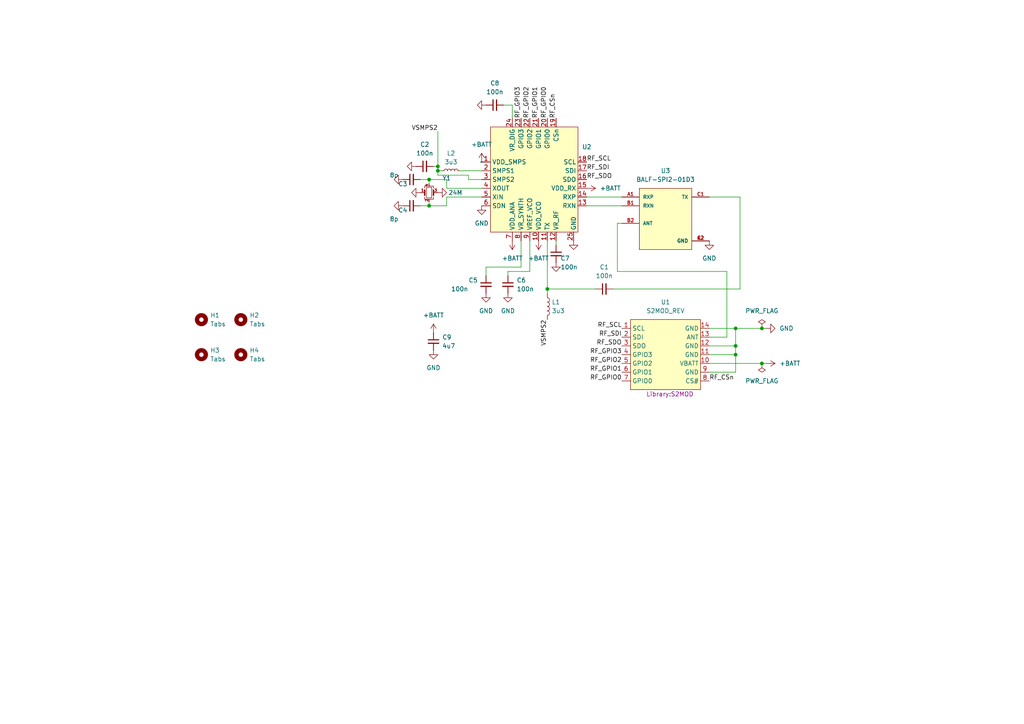
<source format=kicad_sch>
(kicad_sch (version 20230121) (generator eeschema)
  (paper "A4")
  (lib_symbols
    (symbol "BALF-SPI2-01D3:BALF-SPI2-01D3" (pin_names (offset 1.016))
      (property "Reference" "U" (at -7.62 8.382 0))
      (property "Value" "BALF-SPI2-01D3" (at -7.62 -12.7 0))
      (symbol "BALF-SPI2-01D3_0_0"
        (rectangle (start -7.62 -10.16) (end 7.62 7.62) (stroke (width 0.1524)) (fill (type background)))
        (pin input line (at -12.7 5.08 0) (length 5.08) (name "RXP") (number "A1"))
        (pin power_in line (at 12.7 -7.62 180) (length 5.08) (name "GND") (number "A2"))
        (pin input line (at -12.7 2.54 0) (length 5.08) (name "RXN") (number "B1"))
        (pin bidirectional line (at -12.7 -2.54 0) (length 5.08) (name "ANT") (number "B2"))
        (pin output line (at 12.7 5.08 180) (length 5.08) (name "TX") (number "C1"))
        (pin power_in line (at 12.7 -7.62 180) (length 5.08) (name "GND") (number "C2"))
      )
    )
    (symbol "Device:C_Small" (pin_numbers hide) (pin_names (offset 0.254) hide)
      (property "Reference" "C" (at 0.254 1.778 0))
      (property "Value" "C_Small" (at 0.254 -2.032 0))
      (symbol "C_Small_0_1"
        (polyline (pts (xy -1.524 -0.508) (xy 1.524 -0.508)) (stroke (width 0.3302)))
        (polyline (pts (xy -1.524 0.508) (xy 1.524 0.508)) (stroke (width 0.3048)))
      )
      (symbol "C_Small_1_1"
        (pin passive line (at 0 2.54 270) (length 2.032) (name "~") (number "1"))
        (pin passive line (at 0 -2.54 90) (length 2.032) (name "~") (number "2"))
      )
    )
    (symbol "Device:Crystal_GND24_Small" (pin_names (offset 1.016) hide)
      (property "Reference" "Y" (at 1.27 4.445 0))
      (property "Value" "Crystal_GND24_Small" (at 1.27 2.54 0))
      (symbol "Crystal_GND24_Small_0_1"
        (rectangle (start -0.762 -1.524) (end 0.762 1.524))
        (polyline (pts (xy -1.27 -0.762) (xy -1.27 0.762)) (stroke (width 0.381)))
        (polyline (pts (xy 1.27 -0.762) (xy 1.27 0.762)) (stroke (width 0.381)))
        (polyline (pts (xy -1.27 -1.27) (xy -1.27 -1.905) (xy 1.27 -1.905) (xy 1.27 -1.27)))
        (polyline (pts (xy -1.27 1.27) (xy -1.27 1.905) (xy 1.27 1.905) (xy 1.27 1.27)))
      )
      (symbol "Crystal_GND24_Small_1_1"
        (pin passive line (at -2.54 0 0) (length 1.27) (name "1") (number "1"))
        (pin passive line (at 0 -2.54 90) (length 0.635) (name "2") (number "2"))
        (pin passive line (at 2.54 0 180) (length 1.27) (name "3") (number "3"))
        (pin passive line (at 0 2.54 270) (length 0.635) (name "4") (number "4"))
      )
    )
    (symbol "Device:L" (pin_numbers hide) (pin_names (offset 1.016) hide)
      (property "Reference" "L" (at -1.27 0 90))
      (property "Value" "L" (at 1.905 0 90))
      (symbol "L_0_1"
        (arc (start 0 -2.54) (mid 0.6323 -1.905) (end 0 -1.27))
        (arc (start 0 -1.27) (mid 0.6323 -0.635) (end 0 0))
        (arc (start 0 0) (mid 0.6323 0.635) (end 0 1.27))
        (arc (start 0 1.27) (mid 0.6323 1.905) (end 0 2.54))
      )
      (symbol "L_1_1"
        (pin passive line (at 0 3.81 270) (length 1.27) (name "1") (number "1"))
        (pin passive line (at 0 -3.81 90) (length 1.27) (name "2") (number "2"))
      )
    )
    (symbol "Device:L_Small" (pin_numbers hide) (pin_names (offset 0.254) hide)
      (property "Reference" "L" (at 0.762 1.016 0))
      (property "Value" "L_Small" (at 0.762 -1.016 0))
      (symbol "L_Small_0_1"
        (arc (start 0 -2.032) (mid 0.5058 -1.524) (end 0 -1.016))
        (arc (start 0 -1.016) (mid 0.5058 -0.508) (end 0 0))
        (arc (start 0 0) (mid 0.5058 0.508) (end 0 1.016))
        (arc (start 0 1.016) (mid 0.5058 1.524) (end 0 2.032))
      )
      (symbol "L_Small_1_1"
        (pin passive line (at 0 2.54 270) (length 0.508) (name "~") (number "1"))
        (pin passive line (at 0 -2.54 90) (length 0.508) (name "~") (number "2"))
      )
    )
    (symbol "Mechanical:MountingHole" (pin_names (offset 1.016))
      (property "Reference" "H" (at 0 5.08 0))
      (property "Value" "MountingHole" (at 0 3.175 0))
      (symbol "MountingHole_0_1"
        (circle (center 0 0) (radius 1.27) (stroke (width 1.27)))
      )
    )
    (symbol "Nokia:S2-LPQTR"
      (property "Reference" "U" (at -15.24 6.35 0))
      (symbol "S2-LPQTR_0_0"
        (pin power_in line (at -15.24 6.35 0) (length 2.54) (name "VDD_SMPS") (number "1"))
        (pin power_in line (at 1.27 -16.51 90) (length 2.54) (name "VDD_VCO") (number "10"))
        (pin output line (at 3.81 -16.51 90) (length 2.54) (name "TX") (number "11"))
        (pin passive line (at 6.35 -16.51 90) (length 2.54) (name "VR_RF") (number "12"))
        (pin input line (at 15.24 -6.35 180) (length 2.54) (name "RXN") (number "13"))
        (pin input line (at 15.24 -3.81 180) (length 2.54) (name "RXP") (number "14"))
        (pin input line (at 15.24 -1.27 180) (length 2.54) (name "VDD_RX") (number "15"))
        (pin output line (at 15.24 1.27 180) (length 2.54) (name "SDO") (number "16"))
        (pin input line (at 15.24 3.81 180) (length 2.54) (name "SDI") (number "17"))
        (pin input line (at 15.24 6.35 180) (length 2.54) (name "SCL") (number "18"))
        (pin input line (at 6.35 19.05 270) (length 2.54) (name "CSn") (number "19"))
        (pin output line (at -15.24 3.81 0) (length 2.54) (name "SMPS1") (number "2"))
        (pin input line (at 3.81 19.05 270) (length 2.54) (name "GPIO0") (number "20"))
        (pin input line (at 1.27 19.05 270) (length 2.54) (name "GPIO1") (number "21"))
        (pin input line (at -1.27 19.05 270) (length 2.54) (name "GPIO2") (number "22"))
        (pin input line (at -3.81 19.05 270) (length 2.54) (name "GPIO3") (number "23"))
        (pin passive line (at -6.35 19.05 270) (length 2.54) (name "VR_DIG") (number "24"))
        (pin power_in line (at 11.43 -16.51 90) (length 2.54) (name "GND") (number "25"))
        (pin input line (at -15.24 1.27 0) (length 2.54) (name "SMPS2") (number "3"))
        (pin output line (at -15.24 -1.27 0) (length 2.54) (name "XOUT") (number "4"))
        (pin input line (at -15.24 -3.81 0) (length 2.54) (name "XIN") (number "5"))
        (pin input line (at -15.24 -6.35 0) (length 2.54) (name "SDN") (number "6"))
        (pin power_in line (at -6.35 -16.51 90) (length 2.54) (name "VDD_ANA") (number "7"))
        (pin passive line (at -3.81 -16.51 90) (length 2.54) (name "VR_SYNTH") (number "8"))
        (pin output line (at -1.27 -16.51 90) (length 2.54) (name "VREF_VCO") (number "9"))
      )
      (symbol "S2-LPQTR_1_1"
        (rectangle (start -12.7 16.51) (end 12.7 -13.97) (fill (type background)))
      )
    )
    (symbol "Nokia:S2MOD_REV"
      (property "Reference" "U" (at 0 -11.43 0))
      (property "Value" "S2MOD_REV" (at 0 12.7 0))
      (symbol "S2MOD_REV_0_0"
        (pin power_out line (at 12.7 -2.54 180) (length 2.54) (name "VBATT") (number "10"))
        (pin power_out line (at 12.7 0 180) (length 2.54) (name "GND") (number "11"))
        (pin power_out line (at 12.7 2.54 180) (length 2.54) (name "GND") (number "12"))
        (pin bidirectional line (at 12.7 5.08 180) (length 2.54) (name "ANT") (number "13"))
        (pin power_out line (at 12.7 7.62 180) (length 2.54) (name "GND") (number "14"))
        (pin bidirectional line (at -12.7 0 0) (length 2.54) (name "GPIO3") (number "4"))
        (pin output line (at 12.7 -7.62 180) (length 2.54) (name "CS#") (number "8"))
        (pin power_out line (at 12.7 -5.08 180) (length 2.54) (name "GND") (number "9"))
      )
      (symbol "S2MOD_REV_1_0"
        (pin output line (at -12.7 7.62 0) (length 2.54) (name "SCL") (number "1"))
        (pin output line (at -12.7 5.08 0) (length 2.54) (name "SDI") (number "2"))
        (pin input line (at -12.7 2.54 0) (length 2.54) (name "SDO") (number "3"))
        (pin bidirectional line (at -12.7 -2.54 0) (length 2.54) (name "GPIO2") (number "5"))
        (pin bidirectional line (at -12.7 -5.08 0) (length 2.54) (name "GPIO1") (number "6"))
        (pin bidirectional line (at -12.7 -7.62 0) (length 2.54) (name "GPIO0") (number "7"))
      )
      (symbol "S2MOD_REV_1_1"
        (rectangle (start -10.16 10.16) (end 10.16 -10.16) (fill (type background)))
      )
    )
    (symbol "power:+BATT" (power) (pin_names (offset 0))
      (property "Value" "+BATT" (at 0 3.556 0))
      (symbol "+BATT_0_1"
        (polyline (pts (xy -0.762 1.27) (xy 0 2.54)))
        (polyline (pts (xy 0 0) (xy 0 2.54)))
        (polyline (pts (xy 0 2.54) (xy 0.762 1.27)))
      )
      (symbol "+BATT_1_1"
        (pin power_in line (at 0 0 90) (length 0) hide (name "+BATT") (number "1"))
      )
    )
    (symbol "power:GND" (power) (pin_names (offset 0))
      (property "Value" "GND" (at 0 -3.81 0))
      (symbol "GND_0_1"
        (polyline (pts (xy 0 0) (xy 0 -1.27) (xy 1.27 -1.27) (xy 0 -2.54) (xy -1.27 -1.27) (xy 0 -1.27)))
      )
      (symbol "GND_1_1"
        (pin power_in line (at 0 0 270) (length 0) hide (name "GND") (number "1"))
      )
    )
    (symbol "power:PWR_FLAG" (power) (pin_numbers hide) (pin_names (offset 0) hide)
      (property "Value" "PWR_FLAG" (at 0 3.81 0))
      (symbol "PWR_FLAG_0_0"
        (pin power_out line (at 0 0 90) (length 0) (name "pwr") (number "1"))
      )
      (symbol "PWR_FLAG_0_1"
        (polyline (pts (xy 0 0) (xy 0 1.27) (xy -1.016 1.905) (xy 0 2.54) (xy 1.016 1.905) (xy 0 1.27)))
      )
    )
  )
  (junction (at 124.46 52.07))
  (junction (at 158.75 83.82))
  (junction (at 213.36 100.33))
  (junction (at 127 49.53))
  (junction (at 213.36 102.87))
  (junction (at 213.36 95.25))
  (junction (at 124.46 59.69))
  (junction (at 127 48.26))
  (junction (at 220.98 105.41))
  (junction (at 220.98 95.25))
  (wire (pts (xy 135.89 52.07) (xy 139.7 52.07)))
  (wire (pts (xy 158.75 83.82) (xy 172.72 83.82)))
  (wire (pts (xy 220.98 105.41) (xy 222.25 105.41)))
  (wire (pts (xy 205.74 107.95) (xy 213.36 107.95)))
  (wire (pts (xy 213.36 100.33) (xy 213.36 102.87)))
  (wire (pts (xy 140.97 77.47) (xy 140.97 80.01)))
  (wire (pts (xy 133.35 49.53) (xy 139.7 49.53)))
  (wire (pts (xy 127 48.26) (xy 125.73 48.26)))
  (wire (pts (xy 146.05 30.48) (xy 148.59 30.48)))
  (wire (pts (xy 179.07 78.74) (xy 179.07 64.77)))
  (wire (pts (xy 213.36 102.87) (xy 205.74 102.87)))
  (wire (pts (xy 124.46 59.69) (xy 124.46 58.42)))
  (wire (pts (xy 124.46 52.07) (xy 129.54 52.07)))
  (wire (pts (xy 158.75 85.09) (xy 158.75 83.82)))
  (wire (pts (xy 127 48.26) (xy 127 49.53)))
  (wire (pts (xy 205.74 105.41) (xy 220.98 105.41)))
  (wire (pts (xy 210.82 78.74) (xy 179.07 78.74)))
  (wire (pts (xy 214.63 83.82) (xy 214.63 57.15)))
  (wire (pts (xy 213.36 102.87) (xy 213.36 107.95)))
  (wire (pts (xy 129.54 59.69) (xy 129.54 57.15)))
  (wire (pts (xy 170.18 57.15) (xy 180.34 57.15)))
  (wire (pts (xy 147.32 78.74) (xy 147.32 80.01)))
  (wire (pts (xy 121.92 59.69) (xy 124.46 59.69)))
  (wire (pts (xy 127 49.53) (xy 127 50.8)))
  (wire (pts (xy 129.54 54.61) (xy 139.7 54.61)))
  (wire (pts (xy 205.74 100.33) (xy 213.36 100.33)))
  (wire (pts (xy 179.07 64.77) (xy 180.34 64.77)))
  (wire (pts (xy 170.18 59.69) (xy 180.34 59.69)))
  (wire (pts (xy 213.36 100.33) (xy 213.36 95.25)))
  (wire (pts (xy 121.92 52.07) (xy 124.46 52.07)))
  (wire (pts (xy 213.36 95.25) (xy 205.74 95.25)))
  (wire (pts (xy 127 38.1) (xy 127 48.26)))
  (wire (pts (xy 129.54 52.07) (xy 129.54 54.61)))
  (wire (pts (xy 151.13 69.85) (xy 151.13 77.47)))
  (wire (pts (xy 151.13 77.47) (xy 140.97 77.47)))
  (wire (pts (xy 210.82 97.79) (xy 210.82 78.74)))
  (wire (pts (xy 214.63 57.15) (xy 205.74 57.15)))
  (wire (pts (xy 129.54 57.15) (xy 139.7 57.15)))
  (wire (pts (xy 124.46 59.69) (xy 129.54 59.69)))
  (wire (pts (xy 210.82 97.79) (xy 205.74 97.79)))
  (wire (pts (xy 158.75 83.82) (xy 158.75 69.85)))
  (wire (pts (xy 153.67 78.74) (xy 153.67 69.85)))
  (wire (pts (xy 127 49.53) (xy 128.27 49.53)))
  (wire (pts (xy 177.8 83.82) (xy 214.63 83.82)))
  (wire (pts (xy 124.46 52.07) (xy 124.46 53.34)))
  (wire (pts (xy 161.29 71.12) (xy 161.29 69.85)))
  (wire (pts (xy 213.36 95.25) (xy 220.98 95.25)))
  (wire (pts (xy 147.32 78.74) (xy 153.67 78.74)))
  (wire (pts (xy 135.89 50.8) (xy 135.89 52.07)))
  (wire (pts (xy 148.59 30.48) (xy 148.59 34.29)))
  (wire (pts (xy 222.25 95.25) (xy 220.98 95.25)))
  (wire (pts (xy 127 50.8) (xy 135.89 50.8)))
  (label "RF_SDI" (at 170.18 49.53 0))
  (label "RF_GPIO3" (at 151.13 34.29 90))
  (label "RF_CSn" (at 205.74 110.49 0))
  (label "RF_SDO" (at 170.18 52.07 0))
  (label "RF_GPIO0" (at 158.75 34.29 90))
  (label "RF_GPIO2" (at 153.67 34.29 90))
  (label "RF_GPIO3" (at 180.34 102.87 180))
  (label "RF_GPIO1" (at 156.21 34.29 90))
  (label "RF_GPIO2" (at 180.34 105.41 180))
  (label "RF_SCL" (at 170.18 46.99 0))
  (label "VSMPS2" (at 127 38.1 180))
  (label "RF_GPIO1" (at 180.34 107.95 180))
  (label "RF_GPIO0" (at 180.34 110.49 180))
  (label "RF_SCL" (at 180.34 95.25 180))
  (label "RF_SDI" (at 180.34 97.79 180))
  (label "RF_CSn" (at 161.29 34.29 90))
  (label "VSMPS2" (at 158.75 92.71 270))
  (label "RF_SDO" (at 180.34 100.33 180))
  (symbol (lib_id "Device:C_Small") (at 147.32 82.55 0) (unit 1)
    (property "Reference" "C6" (at 149.86 81.2863 0) (effects (justify left)))
    (property "Value" "100n" (at 149.86 83.8263 0) (effects (justify left)))
    (property "Footprint" "Capacitor_SMD:C_0402_1005Metric" (effects hide))
    (property "LCSC" "C307331" (effects hide))
  )
  (symbol (lib_id "Nokia:S2-LPQTR") (at 154.94 53.34 0) (unit 1)
    (property "Reference" "U2" (at 170.18 42.6019 0))
    (property "Value" "~" (at 139.7 46.99 0))
    (property "Footprint" "Package_DFN_QFN:VQFN-24-1EP_4x4mm_P0.5mm_EP2.5x2.5mm" (effects hide))
    (property "LCSC" "C880591" (effects hide))
  )
  (symbol (lib_id "power:+BATT") (at 222.25 105.41 270) (unit 1)
    (property "Reference" "#PWR05" (effects hide))
    (property "Value" "+BATT" (at 226.06 105.41 90) (effects (justify left)))
  )
  (symbol (lib_id "power:+BATT") (at 156.21 69.85 180) (unit 1)
    (property "Reference" "#PWR017" (effects hide))
    (property "Value" "+BATT" (at 156.21 74.93 0))
  )
  (symbol (lib_id "Device:L_Small") (at 130.81 49.53 90) (unit 1)
    (property "Reference" "L2" (at 130.81 44.45 90))
    (property "Value" "3u3" (at 130.81 46.99 90))
    (property "Footprint" "Inductor_SMD:L_0402_1005Metric" (effects hide))
    (property "LCSC" "C84474" (effects hide))
  )
  (symbol (lib_id "power:+BATT") (at 139.7 46.99 0) (unit 1)
    (property "Reference" "#PWR010" (effects hide))
    (property "Value" "+BATT" (at 139.7 41.91 0))
  )
  (symbol (lib_id "Device:L") (at 158.75 88.9 0) (unit 1)
    (property "Reference" "L1" (at 160.02 87.63 0) (effects (justify left)))
    (property "Value" "3u3" (at 160.02 90.17 0) (effects (justify left)))
    (property "Footprint" "Inductor_SMD:L_0402_1005Metric" (effects hide))
    (property "LCSC" "C84474" (effects hide))
  )
  (symbol (lib_id "power:GND") (at 127 55.88 90) (unit 1)
    (property "Reference" "#PWR014" (effects hide))
    (property "Value" "GND" (effects hide))
  )
  (symbol (lib_id "Device:C_Small") (at 140.97 82.55 0) (unit 1)
    (property "Reference" "C5" (at 135.89 81.28 0) (effects (justify left)))
    (property "Value" "100n" (at 130.81 83.82 0) (effects (justify left)))
    (property "Footprint" "Capacitor_SMD:C_0402_1005Metric" (effects hide))
    (property "LCSC" "C307331" (effects hide))
  )
  (symbol (lib_id "power:+BATT") (at 125.73 96.52 0) (unit 1)
    (property "Reference" "#PWR07" (effects hide))
    (property "Value" "+BATT" (at 125.73 91.44 0))
  )
  (symbol (lib_id "power:GND") (at 205.74 69.85 0) (unit 1)
    (property "Reference" "#PWR01" (effects hide))
    (property "Value" "GND" (at 205.74 74.93 0))
  )
  (symbol (lib_id "Mechanical:MountingHole") (at 58.42 92.71 0) (unit 1)
    (property "Reference" "H1" (at 60.96 91.44 0) (effects (justify left)))
    (property "Value" "Tabs" (at 60.96 93.98 0) (effects (justify left)))
    (property "Footprint" "kikit:Tab" (effects hide))
  )
  (symbol (lib_id "Device:C_Small") (at 161.29 73.66 0) (unit 1)
    (property "Reference" "C7" (at 162.56 74.93 0) (effects (justify left)))
    (property "Value" "100n" (at 162.56 77.47 0) (effects (justify left)))
    (property "Footprint" "Capacitor_SMD:C_0402_1005Metric" (effects hide))
    (property "LCSC" "C307331" (effects hide))
  )
  (symbol (lib_id "power:GND") (at 161.29 76.2 0) (unit 1)
    (property "Reference" "#PWR020" (effects hide))
    (property "Value" "GND" (effects hide))
  )
  (symbol (lib_id "power:+BATT") (at 170.18 54.61 270) (unit 1)
    (property "Reference" "#PWR021" (effects hide))
    (property "Value" "+BATT" (at 173.99 54.61 90) (effects (justify left)))
  )
  (symbol (lib_id "power:GND") (at 120.65 48.26 270) (unit 1)
    (property "Reference" "#PWR011" (effects hide))
    (property "Value" "GND" (effects hide))
  )
  (symbol (lib_id "Mechanical:MountingHole") (at 58.42 102.87 0) (unit 1)
    (property "Reference" "H3" (at 60.96 101.6 0) (effects (justify left)))
    (property "Value" "Tabs" (at 60.96 104.14 0) (effects (justify left)))
    (property "Footprint" "kikit:Tab" (effects hide))
  )
  (symbol (lib_id "Device:C_Small") (at 119.38 52.07 90) (unit 1)
    (property "Reference" "C3" (at 116.84 53.34 90))
    (property "Value" "8p" (at 114.3 50.8 90))
    (property "Footprint" "Capacitor_SMD:C_0402_1005Metric" (effects hide))
    (property "LCSC" "C1578" (effects hide))
  )
  (symbol (lib_id "Device:C_Small") (at 119.38 59.69 90) (unit 1)
    (property "Reference" "C4" (at 116.84 60.96 90))
    (property "Value" "8p" (at 114.3 63.5 90))
    (property "Footprint" "Capacitor_SMD:C_0402_1005Metric" (effects hide))
    (property "LCSC" "C1578" (effects hide))
  )
  (symbol (lib_id "power:GND") (at 125.73 101.6 0) (unit 1)
    (property "Reference" "#PWR08" (effects hide))
    (property "Value" "GND" (at 125.73 106.68 0))
  )
  (symbol (lib_id "power:+BATT") (at 148.59 69.85 180) (unit 1)
    (property "Reference" "#PWR016" (effects hide))
    (property "Value" "+BATT" (at 148.59 74.93 0))
  )
  (symbol (lib_id "Nokia:S2MOD_REV") (at 193.04 102.87 0) (unit 1)
    (property "Reference" "U1" (at 193.04 87.63 0))
    (property "Value" "S2MOD_REV" (at 193.04 90.17 0))
    (property "Footprint" "Library:S2MOD" (at 194.31 114.3 0))
  )
  (symbol (lib_id "Device:C_Small") (at 143.51 30.48 90) (unit 1)
    (property "Reference" "C8" (at 143.5163 24.13 90))
    (property "Value" "100n" (at 143.5163 26.67 90))
    (property "Footprint" "Capacitor_SMD:C_0402_1005Metric" (effects hide))
    (property "LCSC" "C307331" (effects hide))
  )
  (symbol (lib_id "power:GND") (at 140.97 30.48 270) (unit 1)
    (property "Reference" "#PWR022" (effects hide))
    (property "Value" "GND" (effects hide))
  )
  (symbol (lib_id "power:GND") (at 121.92 55.88 270) (unit 1)
    (property "Reference" "#PWR015" (effects hide))
    (property "Value" "GND" (effects hide))
  )
  (symbol (lib_id "power:GND") (at 147.32 85.09 0) (unit 1)
    (property "Reference" "#PWR019" (effects hide))
    (property "Value" "GND" (at 147.32 90.17 0))
  )
  (symbol (lib_id "BALF-SPI2-01D3:BALF-SPI2-01D3") (at 193.04 62.23 0) (unit 1)
    (property "Reference" "U3" (at 193.04 49.53 0))
    (property "Value" "BALF-SPI2-01D3" (at 193.04 52.07 0))
    (property "Footprint" "Library:XDCR_BALF-SPI2-01D3" (effects hide))
    (property "MF" "STMicroelectronics" (effects hide))
    (property "MAXIMUM_PACKAGE_HEIGHT" "0.68mm" (effects hide))
    (property "Package" "UFBGA-6 STMicroelectronics" (effects hide))
    (property "Price" "None" (effects hide))
    (property "Check_prices" "https://www.snapeda.com/parts/BALF-SPI2-01D3/STMicroelectronics/view-part/?ref=eda" (effects hide))
    (property "STANDARD" "Manufacturer Recommendations" (effects hide))
    (property "PARTREV" "2" (effects hide))
    (property "SnapEDA_Link" "https://www.snapeda.com/parts/BALF-SPI2-01D3/STMicroelectronics/view-part/?ref=snap" (effects hide))
    (property "MP" "BALF-SPI2-01D3" (effects hide))
    (property "Purchase-URL" "https://www.snapeda.com/api/url_track_click_mouser/?unipart_id=899435&manufacturer=STMicroelectronics&part_name=BALF-SPI2-01D3&search_term=None" (effects hide))
    (property "Description" "\nRF Balun 868MHz ~ 928MHz 50 / 50Ohm 6-UFBGA, FCBGA\n" (effects hide))
    (property "Availability" "In Stock" (effects hide))
    (property "MANUFACTURER" "ST Microelectronics" (effects hide))
    (property "JLCPCB_CORRECTION" "0;0;-90" (effects hide))
  )
  (symbol (lib_id "power:PWR_FLAG") (at 220.98 95.25 0) (unit 1)
    (property "Reference" "#FLG02" (effects hide))
    (property "Value" "PWR_FLAG" (at 220.98 90.17 0))
  )
  (symbol (lib_id "Mechanical:MountingHole") (at 69.85 102.87 0) (unit 1)
    (property "Reference" "H4" (at 72.39 101.6 0) (effects (justify left)))
    (property "Value" "Tabs" (at 72.39 104.14 0) (effects (justify left)))
    (property "Footprint" "kikit:Tab" (effects hide))
  )
  (symbol (lib_id "Mechanical:MountingHole") (at 69.85 92.71 0) (unit 1)
    (property "Reference" "H2" (at 72.39 91.44 0) (effects (justify left)))
    (property "Value" "Tabs" (at 72.39 93.98 0) (effects (justify left)))
    (property "Footprint" "kikit:Tab" (effects hide))
  )
  (symbol (lib_id "power:PWR_FLAG") (at 220.98 105.41 180) (unit 1)
    (property "Reference" "#FLG01" (effects hide))
    (property "Value" "PWR_FLAG" (at 220.98 110.49 0))
  )
  (symbol (lib_id "Device:Crystal_GND24_Small") (at 124.46 55.88 0) (unit 1)
    (property "Reference" "Y1" (at 129.54 51.6891 0))
    (property "Value" "24M" (at 132.08 55.88 0))
    (property "Footprint" "Crystal:Crystal_SMD_2016-4Pin_2.0x1.6mm" (effects hide))
    (property "LCSC" "C2929400" (effects hide))
  )
  (symbol (lib_id "power:GND") (at 116.84 59.69 270) (unit 1)
    (property "Reference" "#PWR013" (effects hide))
    (property "Value" "GND" (effects hide))
  )
  (symbol (lib_id "Device:C_Small") (at 125.73 99.06 0) (unit 1)
    (property "Reference" "C9" (at 128.27 97.7963 0) (effects (justify left)))
    (property "Value" "4u7" (at 128.27 100.3363 0) (effects (justify left)))
    (property "Footprint" "Capacitor_SMD:C_0402_1005Metric" (effects hide))
    (property "LCSC" "C23733" (effects hide))
  )
  (symbol (lib_id "power:GND") (at 116.84 52.07 270) (unit 1)
    (property "Reference" "#PWR012" (effects hide))
    (property "Value" "GND" (effects hide))
  )
  (symbol (lib_id "power:GND") (at 139.7 59.69 0) (unit 1)
    (property "Reference" "#PWR06" (effects hide))
    (property "Value" "GND" (at 139.7 64.77 0))
  )
  (symbol (lib_id "power:GND") (at 222.25 95.25 90) (unit 1)
    (property "Reference" "#PWR04" (effects hide))
    (property "Value" "GND" (at 226.06 95.25 90) (effects (justify right)))
  )
  (symbol (lib_id "power:GND") (at 166.37 69.85 0) (unit 1)
    (property "Reference" "#PWR03" (effects hide))
    (property "Value" "GND" (effects hide))
  )
  (symbol (lib_id "Device:C_Small") (at 175.26 83.82 90) (unit 1)
    (property "Reference" "C1" (at 175.2663 77.47 90))
    (property "Value" "100n" (at 175.2663 80.01 90))
    (property "Footprint" "Capacitor_SMD:C_0402_1005Metric" (effects hide))
    (property "LCSC" "C307331" (effects hide))
  )
  (symbol (lib_id "power:GND") (at 140.97 85.09 0) (unit 1)
    (property "Reference" "#PWR018" (effects hide))
    (property "Value" "GND" (at 140.97 90.17 0))
  )
  (symbol (lib_id "Device:C_Small") (at 123.19 48.26 90) (unit 1)
    (property "Reference" "C2" (at 123.1963 41.91 90))
    (property "Value" "100n" (at 123.1963 44.45 90))
    (property "Footprint" "Capacitor_SMD:C_0402_1005Metric" (effects hide))
    (property "LCSC" "C307331" (effects hide))
  )
)
</source>
